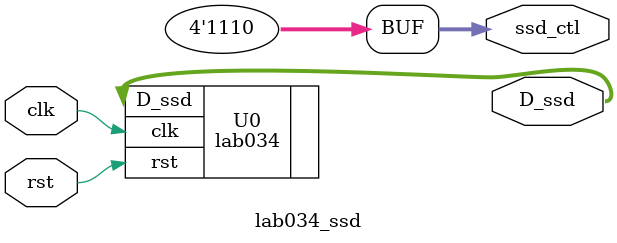
<source format=v>
`timescale 1ns / 1ps


module lab034_ssd(
    input clk,
    input rst,
    output [7:0]D_ssd,
    output [3:0]ssd_ctl
    );
    
    lab034 U0(.clk(clk), .D_ssd(D_ssd), .rst(rst));
    
    assign ssd_ctl = 4'b1110;
    
endmodule

</source>
